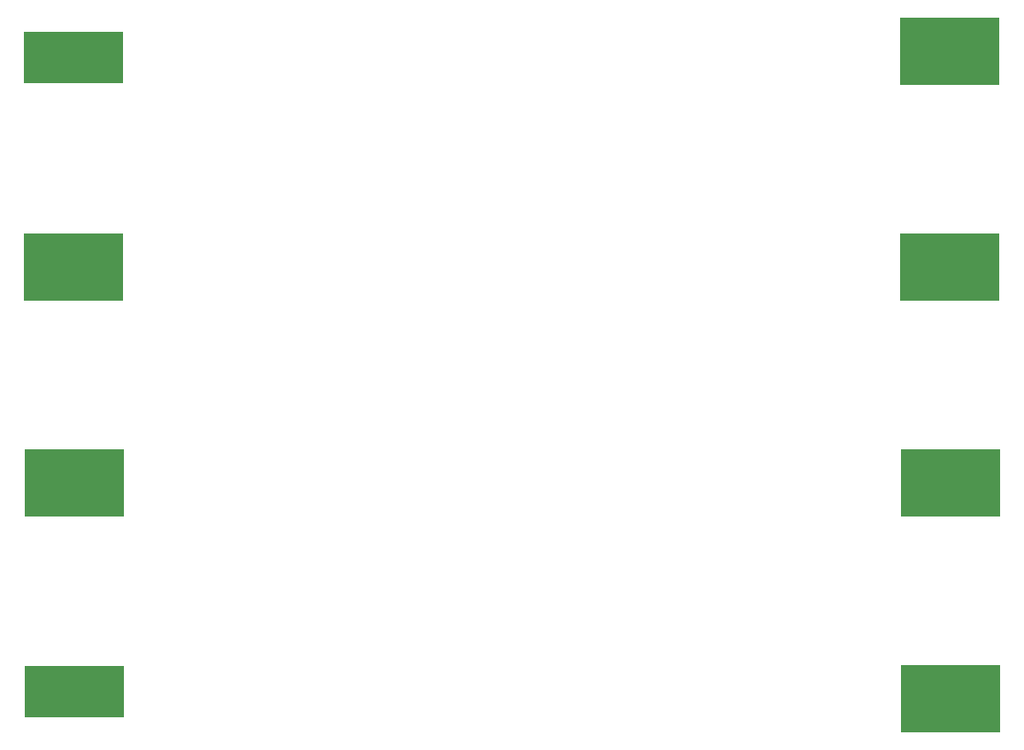
<source format=gbp>
%TF.GenerationSoftware,KiCad,Pcbnew,(6.0.5)*%
%TF.CreationDate,2022-07-09T20:35:50-07:00*%
%TF.ProjectId,batteryboard,62617474-6572-4796-926f-6172642e6b69,1.C*%
%TF.SameCoordinates,Original*%
%TF.FileFunction,Paste,Bot*%
%TF.FilePolarity,Positive*%
%FSLAX46Y46*%
G04 Gerber Fmt 4.6, Leading zero omitted, Abs format (unit mm)*
G04 Created by KiCad (PCBNEW (6.0.5)) date 2022-07-09 20:35:50*
%MOMM*%
%LPD*%
G01*
G04 APERTURE LIST*
%ADD10R,9.467600X6.477000*%
%ADD11R,9.467600X5.000000*%
G04 APERTURE END LIST*
D10*
X59207400Y-88569800D03*
X143027400Y-88569800D03*
X143052800Y-129844800D03*
D11*
X59232800Y-129244800D03*
D10*
X143052800Y-109194600D03*
X59232800Y-109194600D03*
D11*
X59207400Y-68519600D03*
D10*
X143027400Y-67919600D03*
M02*

</source>
